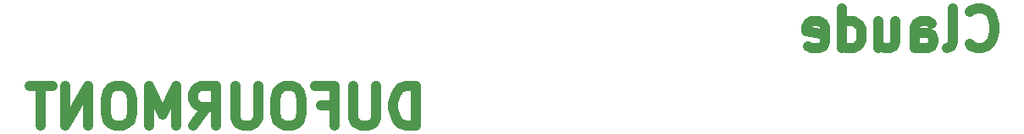
<source format=gbr>
G04 #@! TF.GenerationSoftware,KiCad,Pcbnew,(5.0.0)*
G04 #@! TF.CreationDate,2021-01-29T15:29:07+01:00*
G04 #@! TF.ProjectId,Programmateur_ATtiny85_02,50726F6772616D6D61746575725F4154,rev?*
G04 #@! TF.SameCoordinates,Original*
G04 #@! TF.FileFunction,Legend,Bot*
G04 #@! TF.FilePolarity,Positive*
%FSLAX46Y46*%
G04 Gerber Fmt 4.6, Leading zero omitted, Abs format (unit mm)*
G04 Created by KiCad (PCBNEW (5.0.0)) date 01/29/21 15:29:07*
%MOMM*%
%LPD*%
G01*
G04 APERTURE LIST*
%ADD10C,1.000000*%
G04 APERTURE END LIST*
D10*
X67688619Y-52609523D02*
X67688619Y-48609523D01*
X66736238Y-48609523D01*
X66164809Y-48800000D01*
X65783857Y-49180952D01*
X65593380Y-49561904D01*
X65402904Y-50323809D01*
X65402904Y-50895238D01*
X65593380Y-51657142D01*
X65783857Y-52038095D01*
X66164809Y-52419047D01*
X66736238Y-52609523D01*
X67688619Y-52609523D01*
X63688619Y-48609523D02*
X63688619Y-51847619D01*
X63498142Y-52228571D01*
X63307666Y-52419047D01*
X62926714Y-52609523D01*
X62164809Y-52609523D01*
X61783857Y-52419047D01*
X61593380Y-52228571D01*
X61402904Y-51847619D01*
X61402904Y-48609523D01*
X58164809Y-50514285D02*
X59498142Y-50514285D01*
X59498142Y-52609523D02*
X59498142Y-48609523D01*
X57593380Y-48609523D01*
X55307666Y-48609523D02*
X54545761Y-48609523D01*
X54164809Y-48800000D01*
X53783857Y-49180952D01*
X53593380Y-49942857D01*
X53593380Y-51276190D01*
X53783857Y-52038095D01*
X54164809Y-52419047D01*
X54545761Y-52609523D01*
X55307666Y-52609523D01*
X55688619Y-52419047D01*
X56069571Y-52038095D01*
X56260047Y-51276190D01*
X56260047Y-49942857D01*
X56069571Y-49180952D01*
X55688619Y-48800000D01*
X55307666Y-48609523D01*
X51879095Y-48609523D02*
X51879095Y-51847619D01*
X51688619Y-52228571D01*
X51498142Y-52419047D01*
X51117190Y-52609523D01*
X50355285Y-52609523D01*
X49974333Y-52419047D01*
X49783857Y-52228571D01*
X49593380Y-51847619D01*
X49593380Y-48609523D01*
X45402904Y-52609523D02*
X46736238Y-50704761D01*
X47688619Y-52609523D02*
X47688619Y-48609523D01*
X46164809Y-48609523D01*
X45783857Y-48800000D01*
X45593380Y-48990476D01*
X45402904Y-49371428D01*
X45402904Y-49942857D01*
X45593380Y-50323809D01*
X45783857Y-50514285D01*
X46164809Y-50704761D01*
X47688619Y-50704761D01*
X43688619Y-52609523D02*
X43688619Y-48609523D01*
X42355285Y-51466666D01*
X41021952Y-48609523D01*
X41021952Y-52609523D01*
X38355285Y-48609523D02*
X37593380Y-48609523D01*
X37212428Y-48800000D01*
X36831476Y-49180952D01*
X36641000Y-49942857D01*
X36641000Y-51276190D01*
X36831476Y-52038095D01*
X37212428Y-52419047D01*
X37593380Y-52609523D01*
X38355285Y-52609523D01*
X38736238Y-52419047D01*
X39117190Y-52038095D01*
X39307666Y-51276190D01*
X39307666Y-49942857D01*
X39117190Y-49180952D01*
X38736238Y-48800000D01*
X38355285Y-48609523D01*
X34926714Y-52609523D02*
X34926714Y-48609523D01*
X32641000Y-52609523D01*
X32641000Y-48609523D01*
X31307666Y-48609523D02*
X29021952Y-48609523D01*
X30164809Y-52609523D02*
X30164809Y-48609523D01*
X123030380Y-44410571D02*
X123220857Y-44601047D01*
X123792285Y-44791523D01*
X124173238Y-44791523D01*
X124744666Y-44601047D01*
X125125619Y-44220095D01*
X125316095Y-43839142D01*
X125506571Y-43077238D01*
X125506571Y-42505809D01*
X125316095Y-41743904D01*
X125125619Y-41362952D01*
X124744666Y-40982000D01*
X124173238Y-40791523D01*
X123792285Y-40791523D01*
X123220857Y-40982000D01*
X123030380Y-41172476D01*
X120744666Y-44791523D02*
X121125619Y-44601047D01*
X121316095Y-44220095D01*
X121316095Y-40791523D01*
X117506571Y-44791523D02*
X117506571Y-42696285D01*
X117697047Y-42315333D01*
X118077999Y-42124857D01*
X118839904Y-42124857D01*
X119220857Y-42315333D01*
X117506571Y-44601047D02*
X117887523Y-44791523D01*
X118839904Y-44791523D01*
X119220857Y-44601047D01*
X119411333Y-44220095D01*
X119411333Y-43839142D01*
X119220857Y-43458190D01*
X118839904Y-43267714D01*
X117887523Y-43267714D01*
X117506571Y-43077238D01*
X113887523Y-42124857D02*
X113887523Y-44791523D01*
X115601809Y-42124857D02*
X115601809Y-44220095D01*
X115411333Y-44601047D01*
X115030380Y-44791523D01*
X114458952Y-44791523D01*
X114077999Y-44601047D01*
X113887523Y-44410571D01*
X110268476Y-44791523D02*
X110268476Y-40791523D01*
X110268476Y-44601047D02*
X110649428Y-44791523D01*
X111411333Y-44791523D01*
X111792285Y-44601047D01*
X111982761Y-44410571D01*
X112173238Y-44029619D01*
X112173238Y-42886761D01*
X111982761Y-42505809D01*
X111792285Y-42315333D01*
X111411333Y-42124857D01*
X110649428Y-42124857D01*
X110268476Y-42315333D01*
X106839904Y-44601047D02*
X107220857Y-44791523D01*
X107982761Y-44791523D01*
X108363714Y-44601047D01*
X108554190Y-44220095D01*
X108554190Y-42696285D01*
X108363714Y-42315333D01*
X107982761Y-42124857D01*
X107220857Y-42124857D01*
X106839904Y-42315333D01*
X106649428Y-42696285D01*
X106649428Y-43077238D01*
X108554190Y-43458190D01*
M02*

</source>
